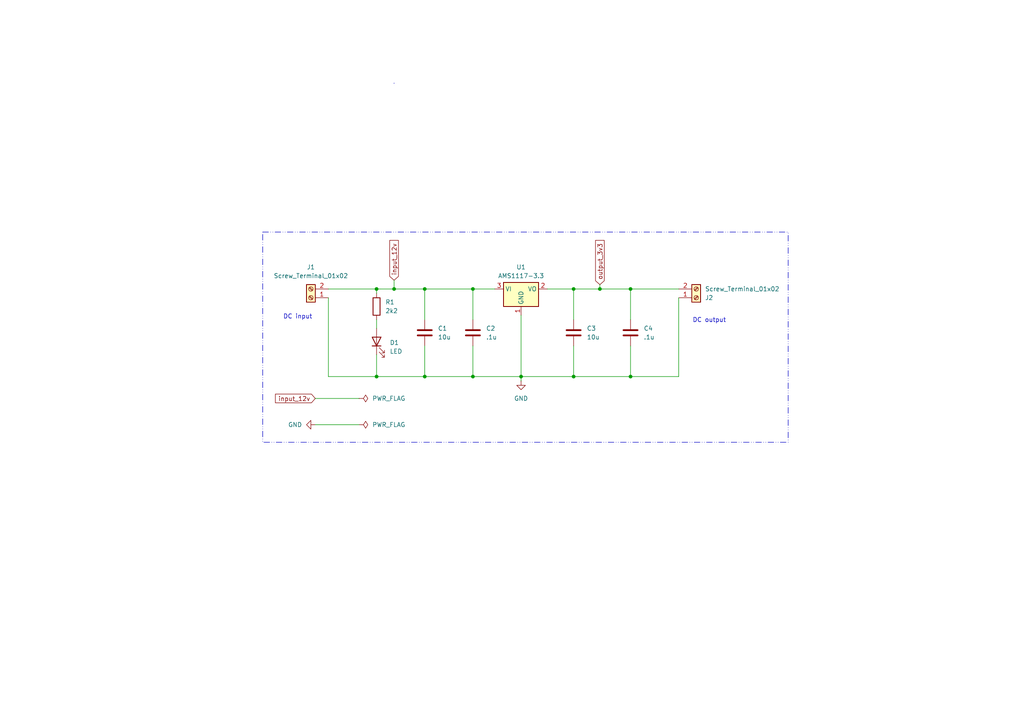
<source format=kicad_sch>
(kicad_sch
	(version 20250114)
	(generator "eeschema")
	(generator_version "9.0")
	(uuid "29d12a8b-8701-4e37-b700-7a334444feca")
	(paper "A4")
	(title_block
		(title "motor control circuit")
		(date "2025-08-09")
		(rev "V1.0")
		(company "Awab New Testament")
	)
	(lib_symbols
		(symbol "Connector:Screw_Terminal_01x02"
			(pin_names
				(offset 1.016)
				(hide yes)
			)
			(exclude_from_sim no)
			(in_bom yes)
			(on_board yes)
			(property "Reference" "J"
				(at 0 2.54 0)
				(effects
					(font
						(size 1.27 1.27)
					)
				)
			)
			(property "Value" "Screw_Terminal_01x02"
				(at 0 -5.08 0)
				(effects
					(font
						(size 1.27 1.27)
					)
				)
			)
			(property "Footprint" ""
				(at 0 0 0)
				(effects
					(font
						(size 1.27 1.27)
					)
					(hide yes)
				)
			)
			(property "Datasheet" "~"
				(at 0 0 0)
				(effects
					(font
						(size 1.27 1.27)
					)
					(hide yes)
				)
			)
			(property "Description" "Generic screw terminal, single row, 01x02, script generated (kicad-library-utils/schlib/autogen/connector/)"
				(at 0 0 0)
				(effects
					(font
						(size 1.27 1.27)
					)
					(hide yes)
				)
			)
			(property "ki_keywords" "screw terminal"
				(at 0 0 0)
				(effects
					(font
						(size 1.27 1.27)
					)
					(hide yes)
				)
			)
			(property "ki_fp_filters" "TerminalBlock*:*"
				(at 0 0 0)
				(effects
					(font
						(size 1.27 1.27)
					)
					(hide yes)
				)
			)
			(symbol "Screw_Terminal_01x02_1_1"
				(rectangle
					(start -1.27 1.27)
					(end 1.27 -3.81)
					(stroke
						(width 0.254)
						(type default)
					)
					(fill
						(type background)
					)
				)
				(polyline
					(pts
						(xy -0.5334 0.3302) (xy 0.3302 -0.508)
					)
					(stroke
						(width 0.1524)
						(type default)
					)
					(fill
						(type none)
					)
				)
				(polyline
					(pts
						(xy -0.5334 -2.2098) (xy 0.3302 -3.048)
					)
					(stroke
						(width 0.1524)
						(type default)
					)
					(fill
						(type none)
					)
				)
				(polyline
					(pts
						(xy -0.3556 0.508) (xy 0.508 -0.3302)
					)
					(stroke
						(width 0.1524)
						(type default)
					)
					(fill
						(type none)
					)
				)
				(polyline
					(pts
						(xy -0.3556 -2.032) (xy 0.508 -2.8702)
					)
					(stroke
						(width 0.1524)
						(type default)
					)
					(fill
						(type none)
					)
				)
				(circle
					(center 0 0)
					(radius 0.635)
					(stroke
						(width 0.1524)
						(type default)
					)
					(fill
						(type none)
					)
				)
				(circle
					(center 0 -2.54)
					(radius 0.635)
					(stroke
						(width 0.1524)
						(type default)
					)
					(fill
						(type none)
					)
				)
				(pin passive line
					(at -5.08 0 0)
					(length 3.81)
					(name "Pin_1"
						(effects
							(font
								(size 1.27 1.27)
							)
						)
					)
					(number "1"
						(effects
							(font
								(size 1.27 1.27)
							)
						)
					)
				)
				(pin passive line
					(at -5.08 -2.54 0)
					(length 3.81)
					(name "Pin_2"
						(effects
							(font
								(size 1.27 1.27)
							)
						)
					)
					(number "2"
						(effects
							(font
								(size 1.27 1.27)
							)
						)
					)
				)
			)
			(embedded_fonts no)
		)
		(symbol "Device:C"
			(pin_numbers
				(hide yes)
			)
			(pin_names
				(offset 0.254)
			)
			(exclude_from_sim no)
			(in_bom yes)
			(on_board yes)
			(property "Reference" "C"
				(at 0.635 2.54 0)
				(effects
					(font
						(size 1.27 1.27)
					)
					(justify left)
				)
			)
			(property "Value" "C"
				(at 0.635 -2.54 0)
				(effects
					(font
						(size 1.27 1.27)
					)
					(justify left)
				)
			)
			(property "Footprint" ""
				(at 0.9652 -3.81 0)
				(effects
					(font
						(size 1.27 1.27)
					)
					(hide yes)
				)
			)
			(property "Datasheet" "~"
				(at 0 0 0)
				(effects
					(font
						(size 1.27 1.27)
					)
					(hide yes)
				)
			)
			(property "Description" "Unpolarized capacitor"
				(at 0 0 0)
				(effects
					(font
						(size 1.27 1.27)
					)
					(hide yes)
				)
			)
			(property "ki_keywords" "cap capacitor"
				(at 0 0 0)
				(effects
					(font
						(size 1.27 1.27)
					)
					(hide yes)
				)
			)
			(property "ki_fp_filters" "C_*"
				(at 0 0 0)
				(effects
					(font
						(size 1.27 1.27)
					)
					(hide yes)
				)
			)
			(symbol "C_0_1"
				(polyline
					(pts
						(xy -2.032 0.762) (xy 2.032 0.762)
					)
					(stroke
						(width 0.508)
						(type default)
					)
					(fill
						(type none)
					)
				)
				(polyline
					(pts
						(xy -2.032 -0.762) (xy 2.032 -0.762)
					)
					(stroke
						(width 0.508)
						(type default)
					)
					(fill
						(type none)
					)
				)
			)
			(symbol "C_1_1"
				(pin passive line
					(at 0 3.81 270)
					(length 2.794)
					(name "~"
						(effects
							(font
								(size 1.27 1.27)
							)
						)
					)
					(number "1"
						(effects
							(font
								(size 1.27 1.27)
							)
						)
					)
				)
				(pin passive line
					(at 0 -3.81 90)
					(length 2.794)
					(name "~"
						(effects
							(font
								(size 1.27 1.27)
							)
						)
					)
					(number "2"
						(effects
							(font
								(size 1.27 1.27)
							)
						)
					)
				)
			)
			(embedded_fonts no)
		)
		(symbol "Device:LED"
			(pin_numbers
				(hide yes)
			)
			(pin_names
				(offset 1.016)
				(hide yes)
			)
			(exclude_from_sim no)
			(in_bom yes)
			(on_board yes)
			(property "Reference" "D"
				(at 0 2.54 0)
				(effects
					(font
						(size 1.27 1.27)
					)
				)
			)
			(property "Value" "LED"
				(at 0 -2.54 0)
				(effects
					(font
						(size 1.27 1.27)
					)
				)
			)
			(property "Footprint" ""
				(at 0 0 0)
				(effects
					(font
						(size 1.27 1.27)
					)
					(hide yes)
				)
			)
			(property "Datasheet" "~"
				(at 0 0 0)
				(effects
					(font
						(size 1.27 1.27)
					)
					(hide yes)
				)
			)
			(property "Description" "Light emitting diode"
				(at 0 0 0)
				(effects
					(font
						(size 1.27 1.27)
					)
					(hide yes)
				)
			)
			(property "Sim.Pins" "1=K 2=A"
				(at 0 0 0)
				(effects
					(font
						(size 1.27 1.27)
					)
					(hide yes)
				)
			)
			(property "ki_keywords" "LED diode"
				(at 0 0 0)
				(effects
					(font
						(size 1.27 1.27)
					)
					(hide yes)
				)
			)
			(property "ki_fp_filters" "LED* LED_SMD:* LED_THT:*"
				(at 0 0 0)
				(effects
					(font
						(size 1.27 1.27)
					)
					(hide yes)
				)
			)
			(symbol "LED_0_1"
				(polyline
					(pts
						(xy -3.048 -0.762) (xy -4.572 -2.286) (xy -3.81 -2.286) (xy -4.572 -2.286) (xy -4.572 -1.524)
					)
					(stroke
						(width 0)
						(type default)
					)
					(fill
						(type none)
					)
				)
				(polyline
					(pts
						(xy -1.778 -0.762) (xy -3.302 -2.286) (xy -2.54 -2.286) (xy -3.302 -2.286) (xy -3.302 -1.524)
					)
					(stroke
						(width 0)
						(type default)
					)
					(fill
						(type none)
					)
				)
				(polyline
					(pts
						(xy -1.27 0) (xy 1.27 0)
					)
					(stroke
						(width 0)
						(type default)
					)
					(fill
						(type none)
					)
				)
				(polyline
					(pts
						(xy -1.27 -1.27) (xy -1.27 1.27)
					)
					(stroke
						(width 0.254)
						(type default)
					)
					(fill
						(type none)
					)
				)
				(polyline
					(pts
						(xy 1.27 -1.27) (xy 1.27 1.27) (xy -1.27 0) (xy 1.27 -1.27)
					)
					(stroke
						(width 0.254)
						(type default)
					)
					(fill
						(type none)
					)
				)
			)
			(symbol "LED_1_1"
				(pin passive line
					(at -3.81 0 0)
					(length 2.54)
					(name "K"
						(effects
							(font
								(size 1.27 1.27)
							)
						)
					)
					(number "1"
						(effects
							(font
								(size 1.27 1.27)
							)
						)
					)
				)
				(pin passive line
					(at 3.81 0 180)
					(length 2.54)
					(name "A"
						(effects
							(font
								(size 1.27 1.27)
							)
						)
					)
					(number "2"
						(effects
							(font
								(size 1.27 1.27)
							)
						)
					)
				)
			)
			(embedded_fonts no)
		)
		(symbol "Device:R"
			(pin_numbers
				(hide yes)
			)
			(pin_names
				(offset 0)
			)
			(exclude_from_sim no)
			(in_bom yes)
			(on_board yes)
			(property "Reference" "R"
				(at 2.032 0 90)
				(effects
					(font
						(size 1.27 1.27)
					)
				)
			)
			(property "Value" "R"
				(at 0 0 90)
				(effects
					(font
						(size 1.27 1.27)
					)
				)
			)
			(property "Footprint" ""
				(at -1.778 0 90)
				(effects
					(font
						(size 1.27 1.27)
					)
					(hide yes)
				)
			)
			(property "Datasheet" "~"
				(at 0 0 0)
				(effects
					(font
						(size 1.27 1.27)
					)
					(hide yes)
				)
			)
			(property "Description" "Resistor"
				(at 0 0 0)
				(effects
					(font
						(size 1.27 1.27)
					)
					(hide yes)
				)
			)
			(property "ki_keywords" "R res resistor"
				(at 0 0 0)
				(effects
					(font
						(size 1.27 1.27)
					)
					(hide yes)
				)
			)
			(property "ki_fp_filters" "R_*"
				(at 0 0 0)
				(effects
					(font
						(size 1.27 1.27)
					)
					(hide yes)
				)
			)
			(symbol "R_0_1"
				(rectangle
					(start -1.016 -2.54)
					(end 1.016 2.54)
					(stroke
						(width 0.254)
						(type default)
					)
					(fill
						(type none)
					)
				)
			)
			(symbol "R_1_1"
				(pin passive line
					(at 0 3.81 270)
					(length 1.27)
					(name "~"
						(effects
							(font
								(size 1.27 1.27)
							)
						)
					)
					(number "1"
						(effects
							(font
								(size 1.27 1.27)
							)
						)
					)
				)
				(pin passive line
					(at 0 -3.81 90)
					(length 1.27)
					(name "~"
						(effects
							(font
								(size 1.27 1.27)
							)
						)
					)
					(number "2"
						(effects
							(font
								(size 1.27 1.27)
							)
						)
					)
				)
			)
			(embedded_fonts no)
		)
		(symbol "Regulator_Linear:AMS1117-3.3"
			(exclude_from_sim no)
			(in_bom yes)
			(on_board yes)
			(property "Reference" "U"
				(at -3.81 3.175 0)
				(effects
					(font
						(size 1.27 1.27)
					)
				)
			)
			(property "Value" "AMS1117-3.3"
				(at 0 3.175 0)
				(effects
					(font
						(size 1.27 1.27)
					)
					(justify left)
				)
			)
			(property "Footprint" "Package_TO_SOT_SMD:SOT-223-3_TabPin2"
				(at 0 5.08 0)
				(effects
					(font
						(size 1.27 1.27)
					)
					(hide yes)
				)
			)
			(property "Datasheet" "http://www.advanced-monolithic.com/pdf/ds1117.pdf"
				(at 2.54 -6.35 0)
				(effects
					(font
						(size 1.27 1.27)
					)
					(hide yes)
				)
			)
			(property "Description" "1A Low Dropout regulator, positive, 3.3V fixed output, SOT-223"
				(at 0 0 0)
				(effects
					(font
						(size 1.27 1.27)
					)
					(hide yes)
				)
			)
			(property "ki_keywords" "linear regulator ldo fixed positive"
				(at 0 0 0)
				(effects
					(font
						(size 1.27 1.27)
					)
					(hide yes)
				)
			)
			(property "ki_fp_filters" "SOT?223*TabPin2*"
				(at 0 0 0)
				(effects
					(font
						(size 1.27 1.27)
					)
					(hide yes)
				)
			)
			(symbol "AMS1117-3.3_0_1"
				(rectangle
					(start -5.08 -5.08)
					(end 5.08 1.905)
					(stroke
						(width 0.254)
						(type default)
					)
					(fill
						(type background)
					)
				)
			)
			(symbol "AMS1117-3.3_1_1"
				(pin power_in line
					(at -7.62 0 0)
					(length 2.54)
					(name "VI"
						(effects
							(font
								(size 1.27 1.27)
							)
						)
					)
					(number "3"
						(effects
							(font
								(size 1.27 1.27)
							)
						)
					)
				)
				(pin power_in line
					(at 0 -7.62 90)
					(length 2.54)
					(name "GND"
						(effects
							(font
								(size 1.27 1.27)
							)
						)
					)
					(number "1"
						(effects
							(font
								(size 1.27 1.27)
							)
						)
					)
				)
				(pin power_out line
					(at 7.62 0 180)
					(length 2.54)
					(name "VO"
						(effects
							(font
								(size 1.27 1.27)
							)
						)
					)
					(number "2"
						(effects
							(font
								(size 1.27 1.27)
							)
						)
					)
				)
			)
			(embedded_fonts no)
		)
		(symbol "power:GND"
			(power)
			(pin_numbers
				(hide yes)
			)
			(pin_names
				(offset 0)
				(hide yes)
			)
			(exclude_from_sim no)
			(in_bom yes)
			(on_board yes)
			(property "Reference" "#PWR"
				(at 0 -6.35 0)
				(effects
					(font
						(size 1.27 1.27)
					)
					(hide yes)
				)
			)
			(property "Value" "GND"
				(at 0 -3.81 0)
				(effects
					(font
						(size 1.27 1.27)
					)
				)
			)
			(property "Footprint" ""
				(at 0 0 0)
				(effects
					(font
						(size 1.27 1.27)
					)
					(hide yes)
				)
			)
			(property "Datasheet" ""
				(at 0 0 0)
				(effects
					(font
						(size 1.27 1.27)
					)
					(hide yes)
				)
			)
			(property "Description" "Power symbol creates a global label with name \"GND\" , ground"
				(at 0 0 0)
				(effects
					(font
						(size 1.27 1.27)
					)
					(hide yes)
				)
			)
			(property "ki_keywords" "global power"
				(at 0 0 0)
				(effects
					(font
						(size 1.27 1.27)
					)
					(hide yes)
				)
			)
			(symbol "GND_0_1"
				(polyline
					(pts
						(xy 0 0) (xy 0 -1.27) (xy 1.27 -1.27) (xy 0 -2.54) (xy -1.27 -1.27) (xy 0 -1.27)
					)
					(stroke
						(width 0)
						(type default)
					)
					(fill
						(type none)
					)
				)
			)
			(symbol "GND_1_1"
				(pin power_in line
					(at 0 0 270)
					(length 0)
					(name "~"
						(effects
							(font
								(size 1.27 1.27)
							)
						)
					)
					(number "1"
						(effects
							(font
								(size 1.27 1.27)
							)
						)
					)
				)
			)
			(embedded_fonts no)
		)
		(symbol "power:PWR_FLAG"
			(power)
			(pin_numbers
				(hide yes)
			)
			(pin_names
				(offset 0)
				(hide yes)
			)
			(exclude_from_sim no)
			(in_bom yes)
			(on_board yes)
			(property "Reference" "#FLG"
				(at 0 1.905 0)
				(effects
					(font
						(size 1.27 1.27)
					)
					(hide yes)
				)
			)
			(property "Value" "PWR_FLAG"
				(at 0 3.81 0)
				(effects
					(font
						(size 1.27 1.27)
					)
				)
			)
			(property "Footprint" ""
				(at 0 0 0)
				(effects
					(font
						(size 1.27 1.27)
					)
					(hide yes)
				)
			)
			(property "Datasheet" "~"
				(at 0 0 0)
				(effects
					(font
						(size 1.27 1.27)
					)
					(hide yes)
				)
			)
			(property "Description" "Special symbol for telling ERC where power comes from"
				(at 0 0 0)
				(effects
					(font
						(size 1.27 1.27)
					)
					(hide yes)
				)
			)
			(property "ki_keywords" "flag power"
				(at 0 0 0)
				(effects
					(font
						(size 1.27 1.27)
					)
					(hide yes)
				)
			)
			(symbol "PWR_FLAG_0_0"
				(pin power_out line
					(at 0 0 90)
					(length 0)
					(name "~"
						(effects
							(font
								(size 1.27 1.27)
							)
						)
					)
					(number "1"
						(effects
							(font
								(size 1.27 1.27)
							)
						)
					)
				)
			)
			(symbol "PWR_FLAG_0_1"
				(polyline
					(pts
						(xy 0 0) (xy 0 1.27) (xy -1.016 1.905) (xy 0 2.54) (xy 1.016 1.905) (xy 0 1.27)
					)
					(stroke
						(width 0)
						(type default)
					)
					(fill
						(type none)
					)
				)
			)
			(embedded_fonts no)
		)
	)
	(rectangle
		(start 114.3 24.13)
		(end 114.3 24.13)
		(stroke
			(width 0)
			(type default)
		)
		(fill
			(type none)
		)
		(uuid 24c72950-3bf8-44d1-aef4-4de03e7e5934)
	)
	(rectangle
		(start 114.3 24.13)
		(end 114.3 24.13)
		(stroke
			(width 0)
			(type default)
		)
		(fill
			(type none)
		)
		(uuid 3322c977-fbe9-4895-93cf-8203e9ee542a)
	)
	(rectangle
		(start 76.2 67.31)
		(end 228.6 128.27)
		(stroke
			(width 0)
			(type dash_dot_dot)
		)
		(fill
			(type none)
		)
		(uuid a65715a3-7254-4d8d-9c0c-ad0cb0a20e3b)
	)
	(rectangle
		(start 114.3 24.13)
		(end 114.3 24.13)
		(stroke
			(width 0)
			(type default)
		)
		(fill
			(type none)
		)
		(uuid b0fa7ab9-fd74-4d92-b819-24c20069424a)
	)
	(text "DC input\n"
		(exclude_from_sim no)
		(at 86.36 91.948 0)
		(effects
			(font
				(size 1.27 1.27)
			)
		)
		(uuid "0250e131-3308-4200-92ff-b3ad308ac370")
	)
	(text "DC output\n"
		(exclude_from_sim no)
		(at 205.74 92.964 0)
		(effects
			(font
				(size 1.27 1.27)
			)
		)
		(uuid "c0047ff9-4924-46e1-b8e0-50b776b0668d")
	)
	(junction
		(at 173.99 83.82)
		(diameter 0)
		(color 0 0 0 0)
		(uuid "0b6cf8fe-dd70-468f-8b90-b6caaec687f1")
	)
	(junction
		(at 137.16 109.22)
		(diameter 0)
		(color 0 0 0 0)
		(uuid "0be4ae5a-7351-4653-905a-ca2b8425d886")
	)
	(junction
		(at 166.37 83.82)
		(diameter 0)
		(color 0 0 0 0)
		(uuid "2175d292-0562-4242-b572-c8ea9b9c4b2c")
	)
	(junction
		(at 109.22 83.82)
		(diameter 0)
		(color 0 0 0 0)
		(uuid "24395dc3-5a60-4a1c-ae88-b7062d1815b6")
	)
	(junction
		(at 151.13 109.22)
		(diameter 0)
		(color 0 0 0 0)
		(uuid "36c5342e-8551-412e-b6d1-bed6b6d387dc")
	)
	(junction
		(at 123.19 109.22)
		(diameter 0)
		(color 0 0 0 0)
		(uuid "498b2260-a0a8-4448-8b01-d3ea5cff944a")
	)
	(junction
		(at 114.3 83.82)
		(diameter 0)
		(color 0 0 0 0)
		(uuid "59e667d3-146c-4b95-aac9-66838e6350da")
	)
	(junction
		(at 182.88 83.82)
		(diameter 0)
		(color 0 0 0 0)
		(uuid "5a3f8b10-5ef8-4b69-b934-bb3105bb29c1")
	)
	(junction
		(at 109.22 109.22)
		(diameter 0)
		(color 0 0 0 0)
		(uuid "71d2c924-6a7f-4272-847b-81af07bdb6a7")
	)
	(junction
		(at 137.16 83.82)
		(diameter 0)
		(color 0 0 0 0)
		(uuid "7d938819-581e-4ea3-bc68-73ca15cacf6b")
	)
	(junction
		(at 166.37 109.22)
		(diameter 0)
		(color 0 0 0 0)
		(uuid "b97a8936-a73f-436f-938f-a0b3216c2767")
	)
	(junction
		(at 123.19 83.82)
		(diameter 0)
		(color 0 0 0 0)
		(uuid "d821797b-15bb-4c26-a4c3-79e1854302dd")
	)
	(junction
		(at 182.88 109.22)
		(diameter 0)
		(color 0 0 0 0)
		(uuid "d918ed88-acd2-42b1-a51c-52b5efd6761f")
	)
	(wire
		(pts
			(xy 91.44 123.19) (xy 104.14 123.19)
		)
		(stroke
			(width 0)
			(type default)
		)
		(uuid "08dc333f-465a-4fef-a0c1-105fad829f13")
	)
	(wire
		(pts
			(xy 109.22 83.82) (xy 95.25 83.82)
		)
		(stroke
			(width 0)
			(type default)
		)
		(uuid "1cb98435-df72-4df8-87d1-9177ed3c1403")
	)
	(wire
		(pts
			(xy 114.3 83.82) (xy 109.22 83.82)
		)
		(stroke
			(width 0)
			(type default)
		)
		(uuid "1cbcbf68-17d0-4430-8737-3b2ec3c7f89f")
	)
	(wire
		(pts
			(xy 166.37 109.22) (xy 182.88 109.22)
		)
		(stroke
			(width 0)
			(type default)
		)
		(uuid "2aaa1f99-8e76-44ed-895f-47555ecf986f")
	)
	(wire
		(pts
			(xy 109.22 83.82) (xy 109.22 85.09)
		)
		(stroke
			(width 0)
			(type default)
		)
		(uuid "2cf316e3-9d50-448d-9135-9655bc21d6f5")
	)
	(wire
		(pts
			(xy 173.99 83.82) (xy 182.88 83.82)
		)
		(stroke
			(width 0)
			(type default)
		)
		(uuid "2e5cb2a2-a584-4690-b538-cc0a77a18733")
	)
	(wire
		(pts
			(xy 166.37 83.82) (xy 173.99 83.82)
		)
		(stroke
			(width 0)
			(type default)
		)
		(uuid "32715492-6320-4a74-ac40-3f3ff1e560e8")
	)
	(wire
		(pts
			(xy 151.13 109.22) (xy 151.13 110.49)
		)
		(stroke
			(width 0)
			(type default)
		)
		(uuid "329f0530-38b5-4095-b4f3-e6dd47c1217f")
	)
	(wire
		(pts
			(xy 158.75 83.82) (xy 166.37 83.82)
		)
		(stroke
			(width 0)
			(type default)
		)
		(uuid "3ce0a6a3-cf0d-4990-8c2f-69843f27a3eb")
	)
	(wire
		(pts
			(xy 123.19 109.22) (xy 137.16 109.22)
		)
		(stroke
			(width 0)
			(type default)
		)
		(uuid "4038cd30-1e50-4c88-9b8e-2673d6ec2b36")
	)
	(wire
		(pts
			(xy 137.16 92.71) (xy 137.16 83.82)
		)
		(stroke
			(width 0)
			(type default)
		)
		(uuid "447ab66d-6e78-48c3-bf58-027c65eeb3cd")
	)
	(wire
		(pts
			(xy 151.13 91.44) (xy 151.13 109.22)
		)
		(stroke
			(width 0)
			(type default)
		)
		(uuid "452a5d65-fe31-4907-b5c0-7c0073df1ff6")
	)
	(wire
		(pts
			(xy 137.16 109.22) (xy 151.13 109.22)
		)
		(stroke
			(width 0)
			(type default)
		)
		(uuid "507e32b7-cacb-4dee-93fe-b9006aee6d3b")
	)
	(wire
		(pts
			(xy 95.25 109.22) (xy 109.22 109.22)
		)
		(stroke
			(width 0)
			(type default)
		)
		(uuid "53a7c1cf-8770-4654-ac0c-5e22009f2477")
	)
	(wire
		(pts
			(xy 123.19 92.71) (xy 123.19 83.82)
		)
		(stroke
			(width 0)
			(type default)
		)
		(uuid "57537f4f-a1e5-40f4-9d80-3add60eb5ce5")
	)
	(wire
		(pts
			(xy 123.19 83.82) (xy 114.3 83.82)
		)
		(stroke
			(width 0)
			(type default)
		)
		(uuid "5d8a5e9f-b26e-44d3-9766-d096cc17d81a")
	)
	(wire
		(pts
			(xy 173.99 82.55) (xy 173.99 83.82)
		)
		(stroke
			(width 0)
			(type default)
		)
		(uuid "6fdf1373-8042-42ea-b03a-c13d3ef7f810")
	)
	(wire
		(pts
			(xy 114.3 81.28) (xy 114.3 83.82)
		)
		(stroke
			(width 0)
			(type default)
		)
		(uuid "77994ce8-4e00-4bae-a517-fce816175dc4")
	)
	(wire
		(pts
			(xy 109.22 109.22) (xy 123.19 109.22)
		)
		(stroke
			(width 0)
			(type default)
		)
		(uuid "80e7ffcf-f10f-4035-bba0-69661770ef6e")
	)
	(wire
		(pts
			(xy 166.37 92.71) (xy 166.37 83.82)
		)
		(stroke
			(width 0)
			(type default)
		)
		(uuid "837a8264-9116-47f8-ab04-660ac6223c2d")
	)
	(wire
		(pts
			(xy 143.51 83.82) (xy 137.16 83.82)
		)
		(stroke
			(width 0)
			(type default)
		)
		(uuid "85e041af-da42-4ea1-bcd8-4d2e2b685660")
	)
	(wire
		(pts
			(xy 123.19 100.33) (xy 123.19 109.22)
		)
		(stroke
			(width 0)
			(type default)
		)
		(uuid "8e07ee1c-b83f-424a-95f6-87205891212c")
	)
	(wire
		(pts
			(xy 182.88 83.82) (xy 182.88 92.71)
		)
		(stroke
			(width 0)
			(type default)
		)
		(uuid "904a62d1-8629-4190-8a57-f56515eaa09a")
	)
	(wire
		(pts
			(xy 166.37 100.33) (xy 166.37 109.22)
		)
		(stroke
			(width 0)
			(type default)
		)
		(uuid "a3ee3f3a-c3e6-4be4-af30-fd94031c5286")
	)
	(wire
		(pts
			(xy 196.85 86.36) (xy 196.85 109.22)
		)
		(stroke
			(width 0)
			(type default)
		)
		(uuid "a5e07828-f975-4c67-ab6d-1b5303fcdac2")
	)
	(wire
		(pts
			(xy 182.88 83.82) (xy 196.85 83.82)
		)
		(stroke
			(width 0)
			(type default)
		)
		(uuid "b04ebe11-78ca-40b4-9ceb-de3d95c9380b")
	)
	(wire
		(pts
			(xy 109.22 92.71) (xy 109.22 95.25)
		)
		(stroke
			(width 0)
			(type default)
		)
		(uuid "b340e312-6eb3-49c0-9553-f12185373fbe")
	)
	(wire
		(pts
			(xy 137.16 83.82) (xy 123.19 83.82)
		)
		(stroke
			(width 0)
			(type default)
		)
		(uuid "c602c947-26a5-4ff3-b056-d62d163f3128")
	)
	(wire
		(pts
			(xy 109.22 102.87) (xy 109.22 109.22)
		)
		(stroke
			(width 0)
			(type default)
		)
		(uuid "c67a0ee0-a00f-42ea-93f2-44170b5cf19e")
	)
	(wire
		(pts
			(xy 151.13 109.22) (xy 166.37 109.22)
		)
		(stroke
			(width 0)
			(type default)
		)
		(uuid "c8192cb4-8a02-4493-adb9-3e5e78900389")
	)
	(wire
		(pts
			(xy 137.16 100.33) (xy 137.16 109.22)
		)
		(stroke
			(width 0)
			(type default)
		)
		(uuid "cf9cac4c-8533-4349-af55-3458eb8dc453")
	)
	(wire
		(pts
			(xy 182.88 100.33) (xy 182.88 109.22)
		)
		(stroke
			(width 0)
			(type default)
		)
		(uuid "d22e5671-02f7-431e-9430-aeebdf069b64")
	)
	(wire
		(pts
			(xy 95.25 86.36) (xy 95.25 109.22)
		)
		(stroke
			(width 0)
			(type default)
		)
		(uuid "de7eec03-c228-4d84-ab6a-e3f02c7d1d51")
	)
	(wire
		(pts
			(xy 91.44 115.57) (xy 104.14 115.57)
		)
		(stroke
			(width 0)
			(type default)
		)
		(uuid "f0b8d95e-2262-4513-9bdf-4bea996de762")
	)
	(wire
		(pts
			(xy 182.88 109.22) (xy 196.85 109.22)
		)
		(stroke
			(width 0)
			(type default)
		)
		(uuid "f3c50447-0c0f-433a-afb1-5c4925ebb817")
	)
	(global_label "input_12v"
		(shape input)
		(at 114.3 81.28 90)
		(fields_autoplaced yes)
		(effects
			(font
				(size 1.27 1.27)
			)
			(justify left)
		)
		(uuid "2de3f34c-3d1b-4c32-98b7-831a6f82d715")
		(property "Intersheetrefs" "${INTERSHEET_REFS}"
			(at 114.3 69.1631 90)
			(effects
				(font
					(size 1.27 1.27)
				)
				(justify left)
				(hide yes)
			)
		)
	)
	(global_label "output_3v3"
		(shape input)
		(at 173.99 82.55 90)
		(fields_autoplaced yes)
		(effects
			(font
				(size 1.27 1.27)
			)
			(justify left)
		)
		(uuid "609a8248-9b47-4d30-8428-50e33859055a")
		(property "Intersheetrefs" "${INTERSHEET_REFS}"
			(at 173.99 69.1632 90)
			(effects
				(font
					(size 1.27 1.27)
				)
				(justify left)
				(hide yes)
			)
		)
	)
	(global_label "input_12v"
		(shape input)
		(at 91.44 115.57 180)
		(fields_autoplaced yes)
		(effects
			(font
				(size 1.27 1.27)
			)
			(justify right)
		)
		(uuid "bd54a34a-d964-4c57-9d0f-d671bf9d49b6")
		(property "Intersheetrefs" "${INTERSHEET_REFS}"
			(at 79.3231 115.57 0)
			(effects
				(font
					(size 1.27 1.27)
				)
				(justify right)
				(hide yes)
			)
		)
	)
	(symbol
		(lib_id "power:PWR_FLAG")
		(at 104.14 123.19 270)
		(unit 1)
		(exclude_from_sim no)
		(in_bom yes)
		(on_board yes)
		(dnp no)
		(fields_autoplaced yes)
		(uuid "19608b55-f955-4adf-9a69-c66a56f393b3")
		(property "Reference" "#FLG02"
			(at 106.045 123.19 0)
			(effects
				(font
					(size 1.27 1.27)
				)
				(hide yes)
			)
		)
		(property "Value" "PWR_FLAG"
			(at 107.95 123.1899 90)
			(effects
				(font
					(size 1.27 1.27)
				)
				(justify left)
			)
		)
		(property "Footprint" ""
			(at 104.14 123.19 0)
			(effects
				(font
					(size 1.27 1.27)
				)
				(hide yes)
			)
		)
		(property "Datasheet" "~"
			(at 104.14 123.19 0)
			(effects
				(font
					(size 1.27 1.27)
				)
				(hide yes)
			)
		)
		(property "Description" "Special symbol for telling ERC where power comes from"
			(at 104.14 123.19 0)
			(effects
				(font
					(size 1.27 1.27)
				)
				(hide yes)
			)
		)
		(pin "1"
			(uuid "15900fc9-1620-4965-bdf9-901cac6a82fb")
		)
		(instances
			(project ""
				(path "/29d12a8b-8701-4e37-b700-7a334444feca"
					(reference "#FLG02")
					(unit 1)
				)
			)
		)
	)
	(symbol
		(lib_id "power:PWR_FLAG")
		(at 104.14 115.57 270)
		(unit 1)
		(exclude_from_sim no)
		(in_bom yes)
		(on_board yes)
		(dnp no)
		(fields_autoplaced yes)
		(uuid "1d6c9cce-e724-4335-ad35-5efc9ccfd261")
		(property "Reference" "#FLG01"
			(at 106.045 115.57 0)
			(effects
				(font
					(size 1.27 1.27)
				)
				(hide yes)
			)
		)
		(property "Value" "PWR_FLAG"
			(at 107.95 115.5699 90)
			(effects
				(font
					(size 1.27 1.27)
				)
				(justify left)
			)
		)
		(property "Footprint" ""
			(at 104.14 115.57 0)
			(effects
				(font
					(size 1.27 1.27)
				)
				(hide yes)
			)
		)
		(property "Datasheet" "~"
			(at 104.14 115.57 0)
			(effects
				(font
					(size 1.27 1.27)
				)
				(hide yes)
			)
		)
		(property "Description" "Special symbol for telling ERC where power comes from"
			(at 104.14 115.57 0)
			(effects
				(font
					(size 1.27 1.27)
				)
				(hide yes)
			)
		)
		(pin "1"
			(uuid "15900fc9-1620-4965-bdf9-901cac6a82fb")
		)
		(instances
			(project ""
				(path "/29d12a8b-8701-4e37-b700-7a334444feca"
					(reference "#FLG01")
					(unit 1)
				)
			)
		)
	)
	(symbol
		(lib_id "Regulator_Linear:AMS1117-3.3")
		(at 151.13 83.82 0)
		(unit 1)
		(exclude_from_sim no)
		(in_bom yes)
		(on_board yes)
		(dnp no)
		(fields_autoplaced yes)
		(uuid "1ec72c3f-2c87-4251-bd40-90f5a9fad257")
		(property "Reference" "U1"
			(at 151.13 77.47 0)
			(effects
				(font
					(size 1.27 1.27)
				)
			)
		)
		(property "Value" "AMS1117-3.3"
			(at 151.13 80.01 0)
			(effects
				(font
					(size 1.27 1.27)
				)
			)
		)
		(property "Footprint" "Package_TO_SOT_SMD:SOT-223-3_TabPin2"
			(at 151.13 78.74 0)
			(effects
				(font
					(size 1.27 1.27)
				)
				(hide yes)
			)
		)
		(property "Datasheet" "http://www.advanced-monolithic.com/pdf/ds1117.pdf"
			(at 153.67 90.17 0)
			(effects
				(font
					(size 1.27 1.27)
				)
				(hide yes)
			)
		)
		(property "Description" "1A Low Dropout regulator, positive, 3.3V fixed output, SOT-223"
			(at 151.13 83.82 0)
			(effects
				(font
					(size 1.27 1.27)
				)
				(hide yes)
			)
		)
		(pin "1"
			(uuid "d83e6f71-97ca-48cc-92e6-248b95b3c774")
		)
		(pin "2"
			(uuid "f1abe65a-1e61-4913-888c-2c1f4acfa4ea")
		)
		(pin "3"
			(uuid "4d277216-bfc3-42a6-accc-53ad8683f467")
		)
		(instances
			(project ""
				(path "/29d12a8b-8701-4e37-b700-7a334444feca"
					(reference "U1")
					(unit 1)
				)
			)
		)
	)
	(symbol
		(lib_id "Device:LED")
		(at 109.22 99.06 90)
		(unit 1)
		(exclude_from_sim no)
		(in_bom yes)
		(on_board yes)
		(dnp no)
		(fields_autoplaced yes)
		(uuid "1f3137b0-16b3-439b-b1fb-187edf3cfd8e")
		(property "Reference" "D1"
			(at 113.03 99.3774 90)
			(effects
				(font
					(size 1.27 1.27)
				)
				(justify right)
			)
		)
		(property "Value" "LED"
			(at 113.03 101.9174 90)
			(effects
				(font
					(size 1.27 1.27)
				)
				(justify right)
			)
		)
		(property "Footprint" "LED_SMD:LED_1206_3216Metric"
			(at 109.22 99.06 0)
			(effects
				(font
					(size 1.27 1.27)
				)
				(hide yes)
			)
		)
		(property "Datasheet" "~"
			(at 109.22 99.06 0)
			(effects
				(font
					(size 1.27 1.27)
				)
				(hide yes)
			)
		)
		(property "Description" "Light emitting diode"
			(at 109.22 99.06 0)
			(effects
				(font
					(size 1.27 1.27)
				)
				(hide yes)
			)
		)
		(property "Sim.Pins" "1=K 2=A"
			(at 109.22 99.06 0)
			(effects
				(font
					(size 1.27 1.27)
				)
				(hide yes)
			)
		)
		(pin "2"
			(uuid "8983cf8b-6702-4357-990b-f259eba94c91")
		)
		(pin "1"
			(uuid "bff9e245-3e64-4bc4-9dc7-5092887e3767")
		)
		(instances
			(project ""
				(path "/29d12a8b-8701-4e37-b700-7a334444feca"
					(reference "D1")
					(unit 1)
				)
			)
		)
	)
	(symbol
		(lib_id "Device:C")
		(at 137.16 96.52 0)
		(unit 1)
		(exclude_from_sim no)
		(in_bom yes)
		(on_board yes)
		(dnp no)
		(fields_autoplaced yes)
		(uuid "36cca200-a795-4a35-8d1c-46838013b3f6")
		(property "Reference" "C2"
			(at 140.97 95.2499 0)
			(effects
				(font
					(size 1.27 1.27)
				)
				(justify left)
			)
		)
		(property "Value" ".1u"
			(at 140.97 97.7899 0)
			(effects
				(font
					(size 1.27 1.27)
				)
				(justify left)
			)
		)
		(property "Footprint" "Capacitor_SMD:C_0603_1608Metric"
			(at 138.1252 100.33 0)
			(effects
				(font
					(size 1.27 1.27)
				)
				(hide yes)
			)
		)
		(property "Datasheet" "~"
			(at 137.16 96.52 0)
			(effects
				(font
					(size 1.27 1.27)
				)
				(hide yes)
			)
		)
		(property "Description" "Unpolarized capacitor"
			(at 137.16 96.52 0)
			(effects
				(font
					(size 1.27 1.27)
				)
				(hide yes)
			)
		)
		(pin "1"
			(uuid "a1f8658f-57a3-4efe-96dc-275a3bb3afc6")
		)
		(pin "2"
			(uuid "add08ba4-95aa-4350-a08f-768e25bacc96")
		)
		(instances
			(project ""
				(path "/29d12a8b-8701-4e37-b700-7a334444feca"
					(reference "C2")
					(unit 1)
				)
			)
		)
	)
	(symbol
		(lib_id "Device:C")
		(at 123.19 96.52 0)
		(unit 1)
		(exclude_from_sim no)
		(in_bom yes)
		(on_board yes)
		(dnp no)
		(uuid "42426213-c0ae-44bd-b493-8e225a6baec0")
		(property "Reference" "C1"
			(at 127 95.25 0)
			(effects
				(font
					(size 1.27 1.27)
				)
				(justify left)
			)
		)
		(property "Value" "10u"
			(at 127 97.7899 0)
			(effects
				(font
					(size 1.27 1.27)
				)
				(justify left)
			)
		)
		(property "Footprint" "Capacitor_SMD:C_1206_3216Metric"
			(at 124.1552 100.33 0)
			(effects
				(font
					(size 1.27 1.27)
				)
				(hide yes)
			)
		)
		(property "Datasheet" "~"
			(at 123.19 96.52 0)
			(effects
				(font
					(size 1.27 1.27)
				)
				(hide yes)
			)
		)
		(property "Description" "Unpolarized capacitor"
			(at 123.19 96.52 0)
			(effects
				(font
					(size 1.27 1.27)
				)
				(hide yes)
			)
		)
		(pin "1"
			(uuid "b5050f63-1732-4cc1-860c-681c0dd74c97")
		)
		(pin "2"
			(uuid "4cd7c6e7-d4a5-4d86-bc7c-cbebf05b6261")
		)
		(instances
			(project "motor control"
				(path "/29d12a8b-8701-4e37-b700-7a334444feca"
					(reference "C1")
					(unit 1)
				)
			)
		)
	)
	(symbol
		(lib_id "Connector:Screw_Terminal_01x02")
		(at 90.17 86.36 180)
		(unit 1)
		(exclude_from_sim no)
		(in_bom yes)
		(on_board yes)
		(dnp no)
		(fields_autoplaced yes)
		(uuid "50cc9f65-1500-4376-9910-a95200417cc3")
		(property "Reference" "J1"
			(at 90.17 77.47 0)
			(effects
				(font
					(size 1.27 1.27)
				)
			)
		)
		(property "Value" "Screw_Terminal_01x02"
			(at 90.17 80.01 0)
			(effects
				(font
					(size 1.27 1.27)
				)
			)
		)
		(property "Footprint" "TerminalBlock:TerminalBlock_bornier-2_P5.08mm"
			(at 90.17 86.36 0)
			(effects
				(font
					(size 1.27 1.27)
				)
				(hide yes)
			)
		)
		(property "Datasheet" "~"
			(at 90.17 86.36 0)
			(effects
				(font
					(size 1.27 1.27)
				)
				(hide yes)
			)
		)
		(property "Description" "Generic screw terminal, single row, 01x02, script generated (kicad-library-utils/schlib/autogen/connector/)"
			(at 90.17 86.36 0)
			(effects
				(font
					(size 1.27 1.27)
				)
				(hide yes)
			)
		)
		(pin "1"
			(uuid "99a459a1-7360-4775-a8f1-98527e3f4fdd")
		)
		(pin "2"
			(uuid "a31e990a-2c71-4f70-9c5e-5a5013136841")
		)
		(instances
			(project ""
				(path "/29d12a8b-8701-4e37-b700-7a334444feca"
					(reference "J1")
					(unit 1)
				)
			)
		)
	)
	(symbol
		(lib_id "Device:C")
		(at 182.88 96.52 0)
		(unit 1)
		(exclude_from_sim no)
		(in_bom yes)
		(on_board yes)
		(dnp no)
		(fields_autoplaced yes)
		(uuid "7510b1b9-abc1-4cfa-9bbd-f78bd2021fc8")
		(property "Reference" "C4"
			(at 186.69 95.2499 0)
			(effects
				(font
					(size 1.27 1.27)
				)
				(justify left)
			)
		)
		(property "Value" ".1u"
			(at 186.69 97.7899 0)
			(effects
				(font
					(size 1.27 1.27)
				)
				(justify left)
			)
		)
		(property "Footprint" "Capacitor_SMD:C_0603_1608Metric"
			(at 183.8452 100.33 0)
			(effects
				(font
					(size 1.27 1.27)
				)
				(hide yes)
			)
		)
		(property "Datasheet" "~"
			(at 182.88 96.52 0)
			(effects
				(font
					(size 1.27 1.27)
				)
				(hide yes)
			)
		)
		(property "Description" "Unpolarized capacitor"
			(at 182.88 96.52 0)
			(effects
				(font
					(size 1.27 1.27)
				)
				(hide yes)
			)
		)
		(pin "1"
			(uuid "9764e25f-8d4b-41e2-b44c-828028eaa2a4")
		)
		(pin "2"
			(uuid "75645502-5c5d-4266-9ac5-116dd97f461b")
		)
		(instances
			(project "motor control"
				(path "/29d12a8b-8701-4e37-b700-7a334444feca"
					(reference "C4")
					(unit 1)
				)
			)
		)
	)
	(symbol
		(lib_id "power:GND")
		(at 151.13 110.49 0)
		(unit 1)
		(exclude_from_sim no)
		(in_bom yes)
		(on_board yes)
		(dnp no)
		(fields_autoplaced yes)
		(uuid "a962a16b-04f7-4a5b-81b5-3d348ffa7823")
		(property "Reference" "#PWR01"
			(at 151.13 116.84 0)
			(effects
				(font
					(size 1.27 1.27)
				)
				(hide yes)
			)
		)
		(property "Value" "GND"
			(at 151.13 115.57 0)
			(effects
				(font
					(size 1.27 1.27)
				)
			)
		)
		(property "Footprint" ""
			(at 151.13 110.49 0)
			(effects
				(font
					(size 1.27 1.27)
				)
				(hide yes)
			)
		)
		(property "Datasheet" ""
			(at 151.13 110.49 0)
			(effects
				(font
					(size 1.27 1.27)
				)
				(hide yes)
			)
		)
		(property "Description" "Power symbol creates a global label with name \"GND\" , ground"
			(at 151.13 110.49 0)
			(effects
				(font
					(size 1.27 1.27)
				)
				(hide yes)
			)
		)
		(pin "1"
			(uuid "1140592d-7a50-41d6-8a23-7ef4075fcbed")
		)
		(instances
			(project ""
				(path "/29d12a8b-8701-4e37-b700-7a334444feca"
					(reference "#PWR01")
					(unit 1)
				)
			)
		)
	)
	(symbol
		(lib_id "Device:C")
		(at 166.37 96.52 0)
		(unit 1)
		(exclude_from_sim no)
		(in_bom yes)
		(on_board yes)
		(dnp no)
		(fields_autoplaced yes)
		(uuid "bf147a65-a96d-4e21-8359-149ea2cbc6ba")
		(property "Reference" "C3"
			(at 170.18 95.2499 0)
			(effects
				(font
					(size 1.27 1.27)
				)
				(justify left)
			)
		)
		(property "Value" "10u"
			(at 170.18 97.7899 0)
			(effects
				(font
					(size 1.27 1.27)
				)
				(justify left)
			)
		)
		(property "Footprint" "Capacitor_SMD:C_1206_3216Metric"
			(at 167.3352 100.33 0)
			(effects
				(font
					(size 1.27 1.27)
				)
				(hide yes)
			)
		)
		(property "Datasheet" "~"
			(at 166.37 96.52 0)
			(effects
				(font
					(size 1.27 1.27)
				)
				(hide yes)
			)
		)
		(property "Description" "Unpolarized capacitor"
			(at 166.37 96.52 0)
			(effects
				(font
					(size 1.27 1.27)
				)
				(hide yes)
			)
		)
		(pin "1"
			(uuid "00cdf1cc-2d65-411c-9d93-5fe55f9de16e")
		)
		(pin "2"
			(uuid "228dc672-0755-4ec1-97a7-378e2980c085")
		)
		(instances
			(project "motor control"
				(path "/29d12a8b-8701-4e37-b700-7a334444feca"
					(reference "C3")
					(unit 1)
				)
			)
		)
	)
	(symbol
		(lib_id "Connector:Screw_Terminal_01x02")
		(at 201.93 86.36 0)
		(mirror x)
		(unit 1)
		(exclude_from_sim no)
		(in_bom yes)
		(on_board yes)
		(dnp no)
		(uuid "c5d3efc6-a4a3-4516-a125-b5e69b7c4f9a")
		(property "Reference" "J2"
			(at 204.47 86.3601 0)
			(effects
				(font
					(size 1.27 1.27)
				)
				(justify left)
			)
		)
		(property "Value" "Screw_Terminal_01x02"
			(at 204.47 83.8201 0)
			(effects
				(font
					(size 1.27 1.27)
				)
				(justify left)
			)
		)
		(property "Footprint" "TerminalBlock:TerminalBlock_bornier-2_P5.08mm"
			(at 201.93 86.36 0)
			(effects
				(font
					(size 1.27 1.27)
				)
				(hide yes)
			)
		)
		(property "Datasheet" "~"
			(at 201.93 86.36 0)
			(effects
				(font
					(size 1.27 1.27)
				)
				(hide yes)
			)
		)
		(property "Description" "Generic screw terminal, single row, 01x02, script generated (kicad-library-utils/schlib/autogen/connector/)"
			(at 201.93 86.36 0)
			(effects
				(font
					(size 1.27 1.27)
				)
				(hide yes)
			)
		)
		(pin "1"
			(uuid "99a459a1-7360-4775-a8f1-98527e3f4fdd")
		)
		(pin "2"
			(uuid "a31e990a-2c71-4f70-9c5e-5a5013136841")
		)
		(instances
			(project ""
				(path "/29d12a8b-8701-4e37-b700-7a334444feca"
					(reference "J2")
					(unit 1)
				)
			)
		)
	)
	(symbol
		(lib_id "Device:R")
		(at 109.22 88.9 0)
		(unit 1)
		(exclude_from_sim no)
		(in_bom yes)
		(on_board yes)
		(dnp no)
		(fields_autoplaced yes)
		(uuid "d2ef9166-18b5-4d85-a034-56aec39e85da")
		(property "Reference" "R1"
			(at 111.76 87.6299 0)
			(effects
				(font
					(size 1.27 1.27)
				)
				(justify left)
			)
		)
		(property "Value" "2k2"
			(at 111.76 90.1699 0)
			(effects
				(font
					(size 1.27 1.27)
				)
				(justify left)
			)
		)
		(property "Footprint" "Resistor_SMD:R_1206_3216Metric"
			(at 107.442 88.9 90)
			(effects
				(font
					(size 1.27 1.27)
				)
				(hide yes)
			)
		)
		(property "Datasheet" "~"
			(at 109.22 88.9 0)
			(effects
				(font
					(size 1.27 1.27)
				)
				(hide yes)
			)
		)
		(property "Description" "Resistor"
			(at 109.22 88.9 0)
			(effects
				(font
					(size 1.27 1.27)
				)
				(hide yes)
			)
		)
		(pin "1"
			(uuid "e1c4cccd-9fa8-460c-bcad-dfa291cdda57")
		)
		(pin "2"
			(uuid "e0e8599f-9d0c-4dc2-9c6b-db8b3ff905cb")
		)
		(instances
			(project ""
				(path "/29d12a8b-8701-4e37-b700-7a334444feca"
					(reference "R1")
					(unit 1)
				)
			)
		)
	)
	(symbol
		(lib_id "power:GND")
		(at 91.44 123.19 270)
		(unit 1)
		(exclude_from_sim no)
		(in_bom yes)
		(on_board yes)
		(dnp no)
		(fields_autoplaced yes)
		(uuid "f4fef514-febb-4cd9-8ff4-8a1495046de3")
		(property "Reference" "#PWR02"
			(at 85.09 123.19 0)
			(effects
				(font
					(size 1.27 1.27)
				)
				(hide yes)
			)
		)
		(property "Value" "GND"
			(at 87.63 123.1899 90)
			(effects
				(font
					(size 1.27 1.27)
				)
				(justify right)
			)
		)
		(property "Footprint" ""
			(at 91.44 123.19 0)
			(effects
				(font
					(size 1.27 1.27)
				)
				(hide yes)
			)
		)
		(property "Datasheet" ""
			(at 91.44 123.19 0)
			(effects
				(font
					(size 1.27 1.27)
				)
				(hide yes)
			)
		)
		(property "Description" "Power symbol creates a global label with name \"GND\" , ground"
			(at 91.44 123.19 0)
			(effects
				(font
					(size 1.27 1.27)
				)
				(hide yes)
			)
		)
		(pin "1"
			(uuid "4233a5ac-80a1-4906-939a-526149ba3d83")
		)
		(instances
			(project "motor control"
				(path "/29d12a8b-8701-4e37-b700-7a334444feca"
					(reference "#PWR02")
					(unit 1)
				)
			)
		)
	)
	(sheet_instances
		(path "/"
			(page "1")
		)
	)
	(embedded_fonts no)
)

</source>
